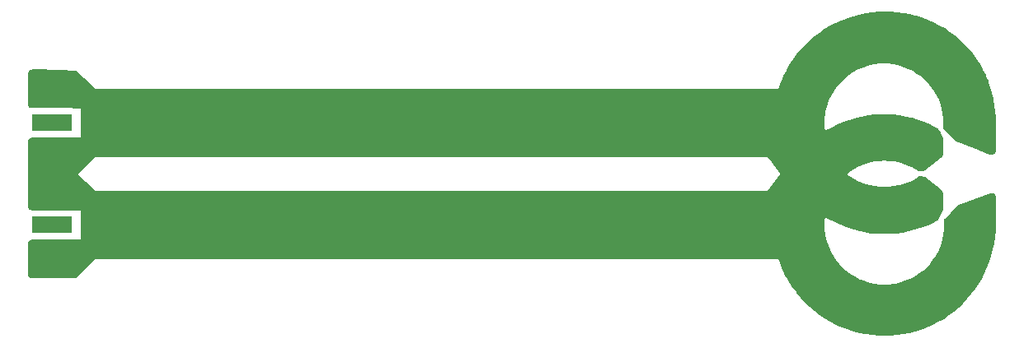
<source format=gbr>
G04 #@! TF.GenerationSoftware,KiCad,Pcbnew,8.0.0*
G04 #@! TF.CreationDate,2024-04-11T14:56:03-06:00*
G04 #@! TF.ProjectId,dual_loop_probe_groundfix,6475616c-5f6c-46f6-9f70-5f70726f6265,rev?*
G04 #@! TF.SameCoordinates,Original*
G04 #@! TF.FileFunction,Copper,L1,Top*
G04 #@! TF.FilePolarity,Positive*
%FSLAX46Y46*%
G04 Gerber Fmt 4.6, Leading zero omitted, Abs format (unit mm)*
G04 Created by KiCad (PCBNEW 8.0.0) date 2024-04-11 14:56:03*
%MOMM*%
%LPD*%
G01*
G04 APERTURE LIST*
G04 #@! TA.AperFunction,SMDPad,CuDef*
%ADD10R,4.190000X1.780000*%
G04 #@! TD*
G04 #@! TA.AperFunction,ComponentPad*
%ADD11R,4.190000X3.000000*%
G04 #@! TD*
G04 #@! TA.AperFunction,ViaPad*
%ADD12C,0.800000*%
G04 #@! TD*
G04 APERTURE END LIST*
D10*
X95500000Y-96000000D03*
D11*
X95500000Y-99325000D03*
X95500000Y-92675000D03*
D10*
X95500000Y-85475000D03*
D11*
X95500000Y-82350000D03*
X95500000Y-89000000D03*
D12*
X133000000Y-94000000D03*
X131500000Y-94000000D03*
X95500000Y-94000000D03*
X101500000Y-94000000D03*
X104500000Y-94000000D03*
X122500000Y-94000000D03*
X124000000Y-94000000D03*
X125500000Y-94000000D03*
X127000000Y-94000000D03*
X119500000Y-94000000D03*
X112000000Y-94000000D03*
X110500000Y-94000000D03*
X94000000Y-94000000D03*
X100000000Y-94000000D03*
X118000000Y-94000000D03*
X130000000Y-94000000D03*
X121000000Y-94000000D03*
X109000000Y-94000000D03*
X107500000Y-94000000D03*
X116500000Y-94000000D03*
X98500000Y-94000000D03*
X103000000Y-94000000D03*
X128500000Y-94000000D03*
X106000000Y-94000000D03*
X115000000Y-94000000D03*
X97000000Y-94000000D03*
X113500000Y-94000000D03*
X134500000Y-94000000D03*
X170500000Y-94000000D03*
X169000000Y-94000000D03*
X137500000Y-94000000D03*
X136000000Y-94000000D03*
X140500000Y-94000000D03*
X143500000Y-94000000D03*
X139000000Y-94000000D03*
X142000000Y-94000000D03*
X151000000Y-94000000D03*
X145000000Y-94000000D03*
X145000000Y-94000000D03*
X146500000Y-94000000D03*
X148000000Y-94000000D03*
X149500000Y-94000000D03*
X154000000Y-94000000D03*
X152500000Y-94000000D03*
X155500000Y-94000000D03*
X157000000Y-94000000D03*
X158500000Y-94000000D03*
X160000000Y-94000000D03*
X161500000Y-94000000D03*
X163000000Y-94000000D03*
X164500000Y-94000000D03*
X166000000Y-94000000D03*
X167500000Y-94000000D03*
X174160681Y-97491213D03*
X174635347Y-98913966D03*
X175402207Y-100202942D03*
X176426056Y-101298965D03*
X177659889Y-102151720D03*
X179047062Y-102722056D03*
X180523893Y-102983790D03*
X182022581Y-102924906D03*
X183474324Y-102548108D03*
X184812473Y-101870694D03*
X185975596Y-100923763D03*
X186910295Y-99750788D03*
X187573660Y-98405618D03*
X187935235Y-96950009D03*
X174160681Y-94508787D03*
X176189817Y-90750000D03*
X177393138Y-89793306D03*
X178759561Y-89174905D03*
X180226358Y-88861790D03*
X181726188Y-88868335D03*
X183190197Y-89194238D03*
X184551172Y-89824539D03*
X187935235Y-95500000D03*
X170892607Y-99477156D03*
X171491886Y-100883213D03*
X172285582Y-102189421D03*
X173257467Y-103369069D03*
X174387667Y-104398039D03*
X175653074Y-105255289D03*
X177027812Y-105923292D03*
X178483771Y-106388387D03*
X179991181Y-106641066D03*
X181519219Y-106676161D03*
X183036640Y-106492955D03*
X184512416Y-106095193D03*
X185916373Y-105491010D03*
X187219802Y-104692759D03*
X188396051Y-103716763D03*
X189421069Y-102582978D03*
X190273897Y-101314587D03*
X190937097Y-99937525D03*
X191397107Y-98479952D03*
X191644523Y-96971669D03*
X171000000Y-92250000D03*
X171500000Y-90750000D03*
X175653074Y-86744711D03*
X177027812Y-86076708D03*
X178483771Y-85611613D03*
X179991181Y-85358934D03*
X181519219Y-85323839D03*
X183036640Y-85507045D03*
X184512416Y-85904807D03*
X185916373Y-86508990D03*
X191397107Y-93520048D03*
X191644523Y-95028331D03*
X101500000Y-87500000D03*
X110500000Y-98000000D03*
X188451529Y-77783237D03*
X107500000Y-83500000D03*
X121000000Y-87500000D03*
X167500000Y-83500000D03*
X183474325Y-79001883D03*
X94000000Y-98000000D03*
X134500000Y-98000000D03*
X125500000Y-83500000D03*
X125500000Y-87500000D03*
X166000000Y-83500000D03*
X124000000Y-83500000D03*
X109000000Y-83500000D03*
X173000000Y-94000000D03*
X160000000Y-98000000D03*
X97007460Y-89003531D03*
X100000000Y-98000000D03*
X180523894Y-78566201D03*
X130000000Y-98000000D03*
X121000000Y-98000000D03*
X158500000Y-83500000D03*
X121000000Y-83500000D03*
X140500000Y-87500000D03*
X140500000Y-83500000D03*
X175628427Y-94707958D03*
X113500000Y-87500000D03*
X187935236Y-86000000D03*
X174000001Y-85549991D03*
X185888882Y-95045517D03*
X95500000Y-83500000D03*
X191694380Y-86426685D03*
X151000000Y-98000000D03*
X164500000Y-87500000D03*
X163000000Y-98000000D03*
X119500000Y-87500000D03*
X191452585Y-83020048D03*
X172000000Y-87500000D03*
X112000000Y-83500000D03*
X181480182Y-96186973D03*
X136000000Y-87500000D03*
X170500000Y-98000000D03*
X134500000Y-83500000D03*
X185971851Y-76008990D03*
X97000000Y-90250000D03*
X174635348Y-82636025D03*
X161500000Y-83500000D03*
X167500000Y-98000000D03*
X140500000Y-98000000D03*
X149500000Y-87500000D03*
X97000000Y-98000000D03*
X122500000Y-83500000D03*
X146500000Y-83500000D03*
X163000000Y-87500000D03*
X130000000Y-83500000D03*
X160000000Y-83500000D03*
X106000000Y-98000000D03*
X145000000Y-83500000D03*
X190329375Y-80185413D03*
X95500000Y-98000000D03*
X95500000Y-100500000D03*
X187573661Y-83144373D03*
X113500000Y-83500000D03*
X109000000Y-98000000D03*
X169000000Y-83500000D03*
X180191817Y-92566997D03*
X160000000Y-87500000D03*
X174443145Y-77101961D03*
X94000000Y-100500000D03*
X130000000Y-87500000D03*
X166000000Y-87500000D03*
X179952568Y-96136716D03*
X103000000Y-83500000D03*
X115000000Y-87500000D03*
X137500000Y-98000000D03*
X128500000Y-98000000D03*
X119500000Y-83500000D03*
X155500000Y-87500000D03*
X100000000Y-83500000D03*
X94000000Y-87750000D03*
X142000000Y-83500000D03*
X118000000Y-87500000D03*
X107500000Y-87500000D03*
X137500000Y-87500000D03*
X151000000Y-87500000D03*
X98500000Y-83500000D03*
X149500000Y-98000000D03*
X142000000Y-98000000D03*
X94000000Y-90250000D03*
X145000000Y-83500000D03*
X152500000Y-87500000D03*
X98500000Y-87500000D03*
X118000000Y-83500000D03*
X109000000Y-87500000D03*
X183158444Y-92260427D03*
X145000000Y-98000000D03*
X157000000Y-83500000D03*
X155500000Y-98000000D03*
X182022582Y-78625085D03*
X170500000Y-87500000D03*
X145000000Y-87500000D03*
X164500000Y-83500000D03*
X152500000Y-98000000D03*
X174000000Y-96000000D03*
X136000000Y-98000000D03*
X116500000Y-87500000D03*
X134500000Y-87500000D03*
X187275280Y-76807241D03*
X175708552Y-76244711D03*
X158500000Y-98000000D03*
X191446964Y-87934968D03*
X173000000Y-87500000D03*
X189476547Y-78917022D03*
X124000000Y-87500000D03*
X131500000Y-87500000D03*
X186910296Y-81799203D03*
X97000000Y-87750000D03*
X177083290Y-75576708D03*
X146500000Y-98000000D03*
X163000000Y-83500000D03*
X115000000Y-98000000D03*
X136000000Y-83500000D03*
X97000000Y-83500919D03*
X180046659Y-74858934D03*
X110500000Y-87500000D03*
X161500000Y-87500000D03*
X137500000Y-83500000D03*
X125500000Y-98000000D03*
X127000000Y-98000000D03*
X161500000Y-98000000D03*
X97007460Y-99253531D03*
X166000000Y-98000000D03*
X184524867Y-91642026D03*
X175402208Y-81347049D03*
X139000000Y-83500000D03*
X101500000Y-83500000D03*
X106000000Y-87500000D03*
X116500000Y-98000000D03*
X128500000Y-83500000D03*
X94000000Y-91500000D03*
X127000000Y-87500000D03*
X178539249Y-75111613D03*
X100000000Y-87500000D03*
X167500000Y-87500000D03*
X182999347Y-96018834D03*
X98500000Y-98000000D03*
X178447741Y-95869090D03*
X148000000Y-87500000D03*
X112000000Y-98000000D03*
X177366833Y-91610793D03*
X183092118Y-75007045D03*
X157000000Y-87500000D03*
X94000000Y-83500000D03*
X169000000Y-87500000D03*
X154000000Y-87500000D03*
X179047063Y-78827935D03*
X176426057Y-80251026D03*
X171000000Y-89250000D03*
X128500000Y-87500000D03*
X107500000Y-98000000D03*
X94000000Y-81000000D03*
X148000000Y-98000000D03*
X149500000Y-83500000D03*
X110500000Y-83500000D03*
X122500000Y-98000000D03*
X181574697Y-74823839D03*
X158500000Y-87500000D03*
X133000000Y-83500000D03*
X190992575Y-81562475D03*
X131500000Y-83500000D03*
X95500000Y-81000000D03*
X170948085Y-82022844D03*
X97000000Y-91500000D03*
X112000000Y-87500000D03*
X104500000Y-83500000D03*
X178727808Y-92241094D03*
X154000000Y-98000000D03*
X187935236Y-84599982D03*
X172000000Y-94000000D03*
X185975597Y-80626228D03*
X127000000Y-83500000D03*
X155500000Y-83500000D03*
X146500000Y-87500000D03*
X133000000Y-87500000D03*
X118000000Y-98000000D03*
X143500000Y-87500000D03*
X177659890Y-79398271D03*
X142000000Y-87500000D03*
X148000000Y-83500000D03*
X176996468Y-95389569D03*
X104500000Y-98000000D03*
X154000000Y-83500000D03*
X172341060Y-79310579D03*
X184478999Y-95635737D03*
X181691647Y-92573542D03*
X95500000Y-90250000D03*
X131500000Y-98000000D03*
X191700001Y-84528331D03*
X106000000Y-83500000D03*
X174160682Y-84058778D03*
X164500000Y-98000000D03*
X97000000Y-100500000D03*
X122500000Y-87500000D03*
X145000000Y-87500000D03*
X103000000Y-87500000D03*
X104500000Y-87500000D03*
X101500000Y-98000000D03*
X173312945Y-78130931D03*
X124000000Y-98000000D03*
X174160682Y-87041204D03*
X113500000Y-98000000D03*
X184812474Y-79679297D03*
X170555478Y-83500000D03*
X139000000Y-98000000D03*
X119500000Y-98000000D03*
X152500000Y-83500000D03*
X184567894Y-75404807D03*
X95500000Y-87750000D03*
X151000000Y-83500000D03*
X143500000Y-83500000D03*
X95500000Y-91500000D03*
X103000000Y-98000000D03*
X143500000Y-98000000D03*
X133000000Y-98000000D03*
X139000000Y-87500000D03*
X97007194Y-92739008D03*
X116500000Y-83500000D03*
X169000000Y-98000000D03*
X115000000Y-83500000D03*
X97007194Y-82239008D03*
X145000000Y-98000000D03*
X157000000Y-98000000D03*
X97000000Y-81000000D03*
X171547364Y-80616787D03*
X97000000Y-96000000D03*
X94000000Y-96000000D03*
X95500000Y-96000632D03*
X97000000Y-85500919D03*
X95500000Y-85500919D03*
X94000000Y-85500919D03*
G04 #@! TA.AperFunction,Conductor*
G36*
X177394625Y-90543917D02*
G01*
X177394613Y-90543926D01*
X177208238Y-90686881D01*
X177202924Y-90690741D01*
X177186668Y-90701914D01*
X177184698Y-90704624D01*
X177179107Y-90723500D01*
X177177071Y-90729766D01*
X177170500Y-90748323D01*
X177170500Y-90751676D01*
X177177070Y-90770229D01*
X177179107Y-90776499D01*
X177184697Y-90795369D01*
X177186674Y-90798089D01*
X177202923Y-90809257D01*
X177208218Y-90813102D01*
X177394618Y-90956077D01*
X177394625Y-90956082D01*
X177515964Y-91035146D01*
X177797087Y-91218325D01*
X178143434Y-91407760D01*
X178218536Y-91448837D01*
X178656464Y-91646245D01*
X178656466Y-91646246D01*
X178656469Y-91646247D01*
X179108289Y-91809384D01*
X179571319Y-91937282D01*
X180042817Y-92029183D01*
X180519986Y-92084542D01*
X181000000Y-92103032D01*
X181480014Y-92084542D01*
X181957183Y-92029183D01*
X182428681Y-91937282D01*
X182891711Y-91809384D01*
X183343531Y-91646247D01*
X183781464Y-91448837D01*
X184202913Y-91218325D01*
X184484036Y-91035146D01*
X184506616Y-91020433D01*
X184574609Y-91000002D01*
X184575403Y-91000000D01*
X184823176Y-91000000D01*
X184843358Y-91001627D01*
X184880019Y-91007576D01*
X184971264Y-91022382D01*
X185009556Y-91035146D01*
X185115391Y-91090599D01*
X185124336Y-91095286D01*
X185141458Y-91106094D01*
X186792193Y-92344145D01*
X186806809Y-92356984D01*
X186893758Y-92446162D01*
X186916240Y-92477774D01*
X186967525Y-92580343D01*
X186979325Y-92617295D01*
X186991973Y-92698481D01*
X186997882Y-92736407D01*
X186998498Y-92740357D01*
X187000000Y-92759754D01*
X187000000Y-94374658D01*
X186999154Y-94389232D01*
X186988320Y-94482269D01*
X186981625Y-94510631D01*
X186949705Y-94598698D01*
X186943944Y-94612111D01*
X186613122Y-95273755D01*
X186611803Y-95276393D01*
X186611802Y-95276394D01*
X186500000Y-95500000D01*
X186542704Y-95500000D01*
X186539086Y-95502606D01*
X186418359Y-95571850D01*
X186412258Y-95575130D01*
X185856782Y-95854344D01*
X185850511Y-95857283D01*
X185280539Y-96105553D01*
X185274117Y-96108143D01*
X184691365Y-96324723D01*
X184684809Y-96326956D01*
X184091041Y-96511187D01*
X184084372Y-96513057D01*
X183481381Y-96664386D01*
X183474620Y-96665887D01*
X182864216Y-96783859D01*
X182857383Y-96784986D01*
X182241406Y-96869244D01*
X182234521Y-96869993D01*
X181614869Y-96920277D01*
X181607953Y-96920647D01*
X180986476Y-96936808D01*
X180979551Y-96936798D01*
X180358106Y-96918790D01*
X180351191Y-96918399D01*
X179731690Y-96866273D01*
X179724808Y-96865503D01*
X179109100Y-96779418D01*
X179102270Y-96778271D01*
X178492229Y-96658489D01*
X178485473Y-96656968D01*
X177882913Y-96503842D01*
X177876250Y-96501953D01*
X177283032Y-96315957D01*
X177276483Y-96313704D01*
X176694381Y-96095396D01*
X176687966Y-96092787D01*
X176118727Y-95842822D01*
X176112465Y-95839864D01*
X175557843Y-95559011D01*
X175551753Y-95555714D01*
X175043359Y-95262115D01*
X175026751Y-95249924D01*
X175013460Y-95243852D01*
X174999836Y-95236588D01*
X174989475Y-95230219D01*
X174989472Y-95230217D01*
X174988808Y-95230057D01*
X174984809Y-95228675D01*
X174980579Y-95228596D01*
X174979893Y-95228517D01*
X174967964Y-95230932D01*
X174952676Y-95233062D01*
X174940560Y-95233998D01*
X174939902Y-95234270D01*
X174935875Y-95235495D01*
X174932434Y-95237899D01*
X174931808Y-95238252D01*
X174923581Y-95247213D01*
X174912466Y-95257921D01*
X174903204Y-95265809D01*
X174902831Y-95266416D01*
X174900296Y-95269772D01*
X174898919Y-95273755D01*
X174898627Y-95274393D01*
X174897239Y-95286474D01*
X174894541Y-95301669D01*
X174891683Y-95313500D01*
X174891735Y-95314170D01*
X174891284Y-95338266D01*
X174868326Y-95537927D01*
X174868324Y-95537959D01*
X174850969Y-96019135D01*
X174871317Y-96500194D01*
X174929244Y-96978195D01*
X174929248Y-96978216D01*
X175024393Y-97450199D01*
X175024395Y-97450207D01*
X175156179Y-97913294D01*
X175156188Y-97913322D01*
X175323805Y-98364688D01*
X175323816Y-98364714D01*
X175526235Y-98801577D01*
X175526236Y-98801579D01*
X175762223Y-99221279D01*
X176030314Y-99621209D01*
X176030329Y-99621231D01*
X176328907Y-99998978D01*
X176492955Y-100176065D01*
X176656122Y-100352202D01*
X176656131Y-100352212D01*
X177009965Y-100678735D01*
X177009972Y-100678741D01*
X177009979Y-100678747D01*
X177388298Y-100976600D01*
X177788762Y-101243938D01*
X177788765Y-101243940D01*
X177788770Y-101243943D01*
X177974152Y-101347712D01*
X178208916Y-101479123D01*
X178515392Y-101620414D01*
X178578482Y-101649500D01*
X178646185Y-101680712D01*
X179097885Y-101847469D01*
X179561249Y-101978372D01*
X180033435Y-102072618D01*
X180511547Y-102129629D01*
X180992654Y-102149056D01*
X180992658Y-102149055D01*
X180992662Y-102149056D01*
X181473790Y-102130780D01*
X181473794Y-102130779D01*
X181473807Y-102130779D01*
X181881390Y-102083164D01*
X181952047Y-102074911D01*
X181952050Y-102074910D01*
X181952054Y-102074910D01*
X181952059Y-102074908D01*
X181952071Y-102074907D01*
X182097555Y-102046230D01*
X182424463Y-101981793D01*
X182888138Y-101851997D01*
X183340236Y-101686320D01*
X183777985Y-101485776D01*
X184198700Y-101251596D01*
X184198700Y-101251595D01*
X184198707Y-101251592D01*
X184198713Y-101251588D01*
X184599787Y-100985225D01*
X184599787Y-100985224D01*
X184599802Y-100985215D01*
X184826144Y-100807888D01*
X184978810Y-100688283D01*
X184978815Y-100688278D01*
X184978831Y-100688266D01*
X185333464Y-100362572D01*
X185661525Y-100010127D01*
X185961005Y-99633094D01*
X186230065Y-99233785D01*
X186467056Y-98814647D01*
X186495654Y-98753312D01*
X186573769Y-98585772D01*
X186670526Y-98378250D01*
X186839226Y-97927272D01*
X186972123Y-97464476D01*
X187068401Y-96992700D01*
X187127469Y-96514838D01*
X187144764Y-96127861D01*
X187148967Y-96033830D01*
X187148967Y-96033819D01*
X187132762Y-95552592D01*
X187120794Y-95446280D01*
X187133049Y-95376352D01*
X187156908Y-95343092D01*
X187750003Y-94749997D01*
X188418667Y-94081332D01*
X188428628Y-94072379D01*
X188495788Y-94018209D01*
X188518321Y-94003700D01*
X188595417Y-93964981D01*
X188607698Y-93959613D01*
X191816305Y-92756385D01*
X191832909Y-92751433D01*
X191941443Y-92727054D01*
X191975936Y-92724181D01*
X192078221Y-92729783D01*
X192112201Y-92736407D01*
X192209103Y-92769637D01*
X192239998Y-92785260D01*
X192324194Y-92843608D01*
X192349671Y-92867051D01*
X192395746Y-92922975D01*
X192423625Y-92988269D01*
X192424500Y-93003095D01*
X192424500Y-95998248D01*
X192424450Y-96001782D01*
X192406626Y-96637038D01*
X192406230Y-96644094D01*
X192352962Y-97275607D01*
X192352171Y-97282631D01*
X192263576Y-97910179D01*
X192262392Y-97917146D01*
X192138753Y-98538725D01*
X192137180Y-98545616D01*
X191978884Y-99159276D01*
X191976928Y-99166067D01*
X191784464Y-99769916D01*
X191782129Y-99776587D01*
X191556127Y-100368651D01*
X191553423Y-100375181D01*
X191294560Y-100953682D01*
X191291493Y-100960050D01*
X191000607Y-101523114D01*
X190997188Y-101529299D01*
X190675202Y-102075146D01*
X190671442Y-102081131D01*
X190319337Y-102608093D01*
X190315247Y-102613857D01*
X189934166Y-103120225D01*
X189929760Y-103125751D01*
X189520866Y-103609979D01*
X189516156Y-103615249D01*
X189080769Y-104075772D01*
X189075772Y-104080769D01*
X188615249Y-104516156D01*
X188609979Y-104520866D01*
X188125751Y-104929760D01*
X188120225Y-104934166D01*
X187613857Y-105315247D01*
X187608093Y-105319337D01*
X187081131Y-105671442D01*
X187075146Y-105675202D01*
X186529299Y-105997188D01*
X186523114Y-106000607D01*
X185960050Y-106291493D01*
X185953682Y-106294560D01*
X185375181Y-106553423D01*
X185368651Y-106556127D01*
X184776587Y-106782129D01*
X184769916Y-106784464D01*
X184166067Y-106976928D01*
X184159276Y-106978884D01*
X183545616Y-107137180D01*
X183538725Y-107138753D01*
X182917146Y-107262392D01*
X182910179Y-107263576D01*
X182282631Y-107352171D01*
X182275607Y-107352962D01*
X181644094Y-107406230D01*
X181637038Y-107406626D01*
X181148740Y-107420326D01*
X181091250Y-107408238D01*
X181076242Y-107401126D01*
X181076241Y-107401126D01*
X181076239Y-107401125D01*
X181044026Y-107401325D01*
X181042169Y-107401322D01*
X181041468Y-107401316D01*
X181039739Y-107401290D01*
X180394673Y-107386916D01*
X180387498Y-107386551D01*
X179745750Y-107335549D01*
X179738606Y-107334776D01*
X179100794Y-107247274D01*
X179093707Y-107246095D01*
X178461927Y-107122384D01*
X178454918Y-107120803D01*
X177831195Y-106961275D01*
X177824288Y-106959296D01*
X177210713Y-106764489D01*
X177203930Y-106762121D01*
X176602431Y-106532648D01*
X176595794Y-106529897D01*
X176008343Y-106266509D01*
X176001874Y-106263383D01*
X175430417Y-105966952D01*
X175424156Y-105963475D01*
X174870467Y-105634919D01*
X174864405Y-105631083D01*
X174330396Y-105271537D01*
X174324553Y-105267356D01*
X173811897Y-104877949D01*
X173806302Y-104873442D01*
X173316671Y-104455444D01*
X173311342Y-104450625D01*
X172846347Y-104005413D01*
X172841301Y-104000299D01*
X172402421Y-103529287D01*
X172397674Y-103523892D01*
X171986359Y-103028634D01*
X171981929Y-103022979D01*
X171926882Y-102948430D01*
X171599516Y-102505089D01*
X171595421Y-102499199D01*
X171576143Y-102469711D01*
X171243129Y-101960322D01*
X171239376Y-101954206D01*
X171218633Y-101918144D01*
X170991415Y-101523114D01*
X170918392Y-101396159D01*
X170914989Y-101389832D01*
X170899312Y-101358579D01*
X170626319Y-100814365D01*
X170623309Y-100807909D01*
X170367907Y-100216920D01*
X170365263Y-100210291D01*
X170155376Y-99636886D01*
X170150976Y-99621209D01*
X170150498Y-99620055D01*
X170150498Y-99620053D01*
X170142758Y-99601372D01*
X170139670Y-99593109D01*
X170131864Y-99569738D01*
X170131862Y-99569736D01*
X170130750Y-99567908D01*
X170107825Y-99544986D01*
X170106563Y-99543706D01*
X170106512Y-99543654D01*
X170104588Y-99541674D01*
X170083983Y-99520474D01*
X170083981Y-99520473D01*
X170057138Y-99510649D01*
X170052252Y-99508744D01*
X170028440Y-99498883D01*
X170022704Y-99497273D01*
X170019462Y-99496861D01*
X169998757Y-99498896D01*
X169986447Y-99499500D01*
X169041535Y-99499568D01*
X169013301Y-99499568D01*
X169013297Y-99499569D01*
X169002773Y-99503928D01*
X169000000Y-99500000D01*
X168740922Y-99500000D01*
X168740916Y-99500000D01*
X100207104Y-99500000D01*
X100000000Y-99500000D01*
X99853558Y-99646442D01*
X99853537Y-99646461D01*
X98152287Y-101347712D01*
X98139896Y-101358579D01*
X98056055Y-101422913D01*
X98027569Y-101439360D01*
X97937627Y-101476615D01*
X97905856Y-101485128D01*
X97827917Y-101495388D01*
X97801080Y-101498922D01*
X97784635Y-101500000D01*
X93508258Y-101500000D01*
X93491812Y-101498922D01*
X93387037Y-101485128D01*
X93355265Y-101476615D01*
X93265326Y-101439361D01*
X93236840Y-101422914D01*
X93159605Y-101363649D01*
X93136351Y-101340396D01*
X93101536Y-101295024D01*
X93075937Y-101228807D01*
X93075500Y-101218323D01*
X93075500Y-97781677D01*
X93095502Y-97713556D01*
X93101531Y-97704981D01*
X93136351Y-97659603D01*
X93159603Y-97636351D01*
X93236843Y-97577082D01*
X93265321Y-97560640D01*
X93355270Y-97523382D01*
X93387033Y-97514872D01*
X93468592Y-97504134D01*
X93491813Y-97501078D01*
X93508258Y-97500000D01*
X97999993Y-97500000D01*
X98000000Y-97500000D01*
X98500000Y-97500000D01*
X98500000Y-94500000D01*
X98000002Y-94500000D01*
X93508258Y-94500000D01*
X93491812Y-94498922D01*
X93387037Y-94485128D01*
X93355265Y-94476615D01*
X93265326Y-94439361D01*
X93236840Y-94422914D01*
X93159605Y-94363649D01*
X93136351Y-94340396D01*
X93101536Y-94295024D01*
X93075937Y-94228807D01*
X93075500Y-94218323D01*
X93075500Y-90501588D01*
X98000000Y-90605190D01*
X100000000Y-92500000D01*
X168750000Y-92500000D01*
X169000000Y-92500000D01*
X170500000Y-90500000D01*
X177462025Y-90500000D01*
X177394625Y-90543917D01*
G37*
G04 #@! TD.AperFunction*
G04 #@! TA.AperFunction,Conductor*
G36*
X180962649Y-74076348D02*
G01*
X180977151Y-74076025D01*
X180977152Y-74076026D01*
X180996800Y-74075589D01*
X180999428Y-74075531D01*
X181002226Y-74075500D01*
X181003868Y-74075500D01*
X181004733Y-74075502D01*
X181648190Y-74079923D01*
X181655462Y-74080185D01*
X182297005Y-74121974D01*
X182304254Y-74122658D01*
X182942244Y-74201676D01*
X182949488Y-74202788D01*
X183067855Y-74224498D01*
X183581817Y-74318769D01*
X183588939Y-74320291D01*
X184189447Y-74466979D01*
X184213423Y-74472836D01*
X184220490Y-74474781D01*
X184835073Y-74663385D01*
X184842014Y-74665739D01*
X185444548Y-74889743D01*
X185451319Y-74892486D01*
X186039875Y-75151175D01*
X186046444Y-75154293D01*
X186618961Y-75446765D01*
X186625356Y-75450270D01*
X187179880Y-75775525D01*
X187186067Y-75779400D01*
X187720733Y-76136342D01*
X187726686Y-76140571D01*
X188239686Y-76527991D01*
X188245403Y-76532576D01*
X188735008Y-76949169D01*
X188740438Y-76954068D01*
X188851446Y-77060249D01*
X189204989Y-77398421D01*
X189210136Y-77403639D01*
X189648062Y-77874249D01*
X189652897Y-77879758D01*
X190062715Y-78375031D01*
X190067221Y-78380811D01*
X190447547Y-78899073D01*
X190451710Y-78905106D01*
X190801265Y-79444617D01*
X190805069Y-79450881D01*
X191122648Y-80009776D01*
X191126083Y-80016251D01*
X191410650Y-80592711D01*
X191413701Y-80599375D01*
X191463915Y-80718018D01*
X191650683Y-81159307D01*
X191664247Y-81191354D01*
X191666903Y-81198175D01*
X191719355Y-81345424D01*
X191882624Y-81803776D01*
X191884881Y-81810749D01*
X192065013Y-82427833D01*
X192066861Y-82434925D01*
X192210809Y-83061438D01*
X192212242Y-83068626D01*
X192319518Y-83702450D01*
X192320531Y-83709709D01*
X192390774Y-84348721D01*
X192391362Y-84356027D01*
X192414951Y-84815370D01*
X192423546Y-84982758D01*
X192424334Y-84998093D01*
X192424500Y-85004555D01*
X192424500Y-88496903D01*
X192404498Y-88565024D01*
X192395747Y-88577022D01*
X192349672Y-88632947D01*
X192324194Y-88656391D01*
X192239998Y-88714739D01*
X192209101Y-88730363D01*
X192112201Y-88763592D01*
X192078220Y-88770216D01*
X191975943Y-88775818D01*
X191941439Y-88772944D01*
X191832920Y-88748569D01*
X191816291Y-88743609D01*
X191807320Y-88740245D01*
X190576001Y-88278500D01*
X188607711Y-87540391D01*
X188595404Y-87535012D01*
X188562950Y-87518713D01*
X188518328Y-87496303D01*
X188495782Y-87481785D01*
X188428639Y-87427629D01*
X188418658Y-87418658D01*
X187146462Y-86146461D01*
X187146454Y-86146454D01*
X187146447Y-86146447D01*
X187036541Y-86036541D01*
X187029942Y-85980299D01*
X187030885Y-85971876D01*
X187034475Y-85939791D01*
X187050237Y-85461156D01*
X187047877Y-85409410D01*
X187028420Y-84982768D01*
X187028419Y-84982765D01*
X187028419Y-84982758D01*
X186969157Y-84507544D01*
X186872815Y-84038441D01*
X186739986Y-83578336D01*
X186571488Y-83130063D01*
X186368359Y-82696382D01*
X186131850Y-82279965D01*
X185944435Y-82003072D01*
X185863422Y-81883381D01*
X185863421Y-81883380D01*
X185863417Y-81883374D01*
X185604557Y-81558983D01*
X185564720Y-81509061D01*
X185564716Y-81509057D01*
X185564713Y-81509053D01*
X185237577Y-81159307D01*
X185082098Y-81017256D01*
X184884024Y-80836288D01*
X184789243Y-80762454D01*
X184506232Y-80541988D01*
X184106526Y-80278217D01*
X184070837Y-80258496D01*
X183687381Y-80046606D01*
X183687377Y-80046604D01*
X183687368Y-80046599D01*
X183251339Y-79848562D01*
X183251338Y-79848561D01*
X183251330Y-79848558D01*
X182801139Y-79685329D01*
X182801105Y-79685318D01*
X182339506Y-79557894D01*
X182339490Y-79557891D01*
X181922441Y-79477316D01*
X181869295Y-79467048D01*
X181393420Y-79413354D01*
X180914800Y-79397139D01*
X180914797Y-79397139D01*
X180914794Y-79397139D01*
X180766772Y-79403749D01*
X180436382Y-79418504D01*
X180436374Y-79418504D01*
X180436373Y-79418505D01*
X180436365Y-79418505D01*
X179961126Y-79477314D01*
X179961116Y-79477316D01*
X179491918Y-79573214D01*
X179031694Y-79705606D01*
X179031683Y-79705609D01*
X178583269Y-79873676D01*
X178583232Y-79873691D01*
X178149393Y-80076394D01*
X177732746Y-80312512D01*
X177335903Y-80580569D01*
X177335891Y-80580577D01*
X176961318Y-80878902D01*
X176961286Y-80878930D01*
X176611236Y-81205729D01*
X176611230Y-81205736D01*
X176287885Y-81558974D01*
X176287877Y-81558983D01*
X175993236Y-81936476D01*
X175993225Y-81936490D01*
X175729081Y-82335938D01*
X175729073Y-82335951D01*
X175497062Y-82754885D01*
X175497056Y-82754898D01*
X175298619Y-83190712D01*
X175298612Y-83190728D01*
X175134960Y-83640756D01*
X175134946Y-83640799D01*
X175007087Y-84102265D01*
X175007082Y-84102287D01*
X175007081Y-84102293D01*
X174959229Y-84348721D01*
X174915791Y-84572417D01*
X174861649Y-85048226D01*
X174844981Y-85526836D01*
X174865892Y-86005262D01*
X174865892Y-86005269D01*
X174865893Y-86005273D01*
X174890068Y-86202132D01*
X174890231Y-86203453D01*
X174890737Y-86226870D01*
X174893943Y-86240256D01*
X174896468Y-86254242D01*
X174898144Y-86267889D01*
X174899060Y-86270516D01*
X174900162Y-86272567D01*
X174901844Y-86274781D01*
X174902307Y-86275177D01*
X174902308Y-86275178D01*
X174906889Y-86279095D01*
X174912297Y-86283718D01*
X174922568Y-86293556D01*
X174931955Y-86303622D01*
X174934201Y-86305181D01*
X174936359Y-86306223D01*
X174938973Y-86307010D01*
X174939597Y-86307059D01*
X174939599Y-86307061D01*
X174952726Y-86308101D01*
X174966781Y-86310017D01*
X174979692Y-86312527D01*
X174979694Y-86312525D01*
X174980302Y-86312644D01*
X174983051Y-86312585D01*
X174985385Y-86312164D01*
X174987983Y-86311257D01*
X174988507Y-86310935D01*
X174988508Y-86310936D01*
X174999731Y-86304067D01*
X175012253Y-86297342D01*
X175024157Y-86291792D01*
X175024157Y-86291790D01*
X175027615Y-86290178D01*
X175042635Y-86279099D01*
X175575582Y-85973669D01*
X175581945Y-85970262D01*
X176162612Y-85680605D01*
X176169169Y-85677567D01*
X176765596Y-85421863D01*
X176772300Y-85419216D01*
X177382480Y-85198327D01*
X177389319Y-85196072D01*
X178011213Y-85010736D01*
X178018197Y-85008872D01*
X178649732Y-84859706D01*
X178656809Y-84858249D01*
X179295880Y-84745747D01*
X179303057Y-84744696D01*
X179947539Y-84669232D01*
X179954753Y-84668598D01*
X180602544Y-84630419D01*
X180609758Y-84630202D01*
X181258657Y-84629439D01*
X181265904Y-84629639D01*
X181913784Y-84666293D01*
X181920964Y-84666908D01*
X182565635Y-84740856D01*
X182572815Y-84741890D01*
X183212142Y-84852884D01*
X183219236Y-84854328D01*
X183815607Y-84993707D01*
X183851104Y-85002003D01*
X183858131Y-85003861D01*
X184480391Y-85187712D01*
X184487299Y-85189971D01*
X184533667Y-85206633D01*
X185097973Y-85409414D01*
X185104719Y-85412061D01*
X185701707Y-85666342D01*
X185708273Y-85669365D01*
X186139010Y-85882967D01*
X186289597Y-85957643D01*
X186296013Y-85961058D01*
X186542739Y-86101686D01*
X186559572Y-86119145D01*
X186611802Y-86223605D01*
X186611803Y-86223607D01*
X186653505Y-86307010D01*
X186943944Y-86887888D01*
X186949705Y-86901301D01*
X186981625Y-86989368D01*
X186988320Y-87017730D01*
X186999154Y-87110767D01*
X187000000Y-87125341D01*
X187000000Y-88740245D01*
X186998498Y-88759640D01*
X186996999Y-88769261D01*
X186979325Y-88882704D01*
X186967525Y-88919656D01*
X186916240Y-89022225D01*
X186893758Y-89053837D01*
X186806809Y-89143015D01*
X186792193Y-89155854D01*
X185141458Y-90393905D01*
X185124336Y-90404713D01*
X185009558Y-90464852D01*
X184971263Y-90477617D01*
X184843359Y-90498373D01*
X184823176Y-90500000D01*
X184575403Y-90500000D01*
X184507282Y-90479998D01*
X184506616Y-90479567D01*
X184202913Y-90281675D01*
X183781463Y-90051162D01*
X183343535Y-89853754D01*
X182891703Y-89690613D01*
X182428682Y-89562718D01*
X181957190Y-89470818D01*
X181957186Y-89470817D01*
X181480014Y-89415458D01*
X181000000Y-89396968D01*
X180519985Y-89415458D01*
X180042813Y-89470817D01*
X180042809Y-89470818D01*
X179571317Y-89562718D01*
X179108296Y-89690613D01*
X178656464Y-89853754D01*
X178218536Y-90051162D01*
X177797086Y-90281675D01*
X177394624Y-90543918D01*
X177394613Y-90543926D01*
X177208238Y-90686881D01*
X177202924Y-90690741D01*
X177186668Y-90701914D01*
X177184698Y-90704624D01*
X177179107Y-90723500D01*
X177177071Y-90729766D01*
X177170500Y-90748323D01*
X177170500Y-90751676D01*
X177177070Y-90770229D01*
X177179107Y-90776499D01*
X177184697Y-90795369D01*
X177186674Y-90798089D01*
X177202923Y-90809257D01*
X177208218Y-90813102D01*
X177394618Y-90956077D01*
X177394625Y-90956082D01*
X177462025Y-91000000D01*
X170500000Y-91000000D01*
X170077833Y-90437110D01*
X169150001Y-89200001D01*
X169150000Y-89200000D01*
X169000000Y-89000000D01*
X168750002Y-89000000D01*
X100207104Y-89000000D01*
X100000000Y-89000000D01*
X99853558Y-89146442D01*
X99853537Y-89146461D01*
X98565972Y-90434025D01*
X98565967Y-90434032D01*
X98565963Y-90434036D01*
X98000000Y-91000000D01*
X93075500Y-91000000D01*
X93075500Y-87281677D01*
X93095502Y-87213556D01*
X93101531Y-87204981D01*
X93136351Y-87159603D01*
X93159603Y-87136351D01*
X93236843Y-87077082D01*
X93265321Y-87060640D01*
X93355270Y-87023382D01*
X93387033Y-87014872D01*
X93468592Y-87004134D01*
X93491813Y-87001078D01*
X93508258Y-87000000D01*
X97999993Y-87000000D01*
X98000000Y-87000000D01*
X98500000Y-87000000D01*
X98500000Y-84000000D01*
X98000002Y-84000000D01*
X97760354Y-84000000D01*
X97743908Y-83998922D01*
X97634363Y-83984500D01*
X93399364Y-83984500D01*
X93351146Y-83974909D01*
X93265326Y-83939361D01*
X93236840Y-83922914D01*
X93159605Y-83863649D01*
X93136351Y-83840396D01*
X93101536Y-83795024D01*
X93075937Y-83728807D01*
X93075500Y-83718323D01*
X93075500Y-80292349D01*
X93095502Y-80224228D01*
X93102206Y-80214781D01*
X93139836Y-80166621D01*
X93163641Y-80143311D01*
X93242639Y-80084220D01*
X93271724Y-80067967D01*
X93363444Y-80031661D01*
X93395782Y-80023600D01*
X93497499Y-80012199D01*
X93502201Y-80011672D01*
X93518884Y-80010916D01*
X96524765Y-80074154D01*
X97799134Y-80100964D01*
X97814527Y-80102236D01*
X97912783Y-80116476D01*
X97942580Y-80124621D01*
X98027183Y-80159370D01*
X98054104Y-80174521D01*
X98133995Y-80233447D01*
X98145861Y-80243380D01*
X98816694Y-80878930D01*
X100000000Y-82000000D01*
X168740915Y-82000000D01*
X168740922Y-82000000D01*
X169000000Y-82000000D01*
X169003602Y-81994895D01*
X169019093Y-81994904D01*
X169019094Y-81994903D01*
X169031287Y-81994910D01*
X169031859Y-81994852D01*
X169923757Y-81994118D01*
X169937344Y-81996300D01*
X169937446Y-81995236D01*
X169951575Y-81996577D01*
X169951576Y-81996578D01*
X170019970Y-82003073D01*
X170084408Y-81979249D01*
X170132128Y-81929826D01*
X170142348Y-81898891D01*
X170143482Y-81895617D01*
X170148957Y-81880503D01*
X170150956Y-81875343D01*
X170151774Y-81873367D01*
X170151773Y-81873364D01*
X170153750Y-81868583D01*
X170155321Y-81862937D01*
X170363220Y-81289099D01*
X170365850Y-81282442D01*
X170398702Y-81205729D01*
X170619060Y-80691167D01*
X170622051Y-80684700D01*
X170908540Y-80108843D01*
X170911922Y-80102506D01*
X170926827Y-80076394D01*
X171230781Y-79543893D01*
X171234480Y-79537822D01*
X171584683Y-78998257D01*
X171588733Y-78992392D01*
X171969092Y-78473706D01*
X171973478Y-78468068D01*
X172382811Y-77971872D01*
X172387491Y-77966519D01*
X172824433Y-77494472D01*
X172829410Y-77489393D01*
X173292575Y-77042990D01*
X173297826Y-77038211D01*
X173785645Y-76618966D01*
X173791179Y-76614477D01*
X174302115Y-76223710D01*
X174307899Y-76219543D01*
X174840252Y-75858551D01*
X174846271Y-75854714D01*
X175398351Y-75524643D01*
X175404598Y-75521146D01*
X175974563Y-75223096D01*
X175980983Y-75219968D01*
X176567037Y-74954877D01*
X176573648Y-74952111D01*
X177173821Y-74720871D01*
X177180572Y-74718489D01*
X177792995Y-74521818D01*
X177799817Y-74519840D01*
X178422452Y-74358398D01*
X178429437Y-74356798D01*
X179060216Y-74231118D01*
X179067277Y-74229918D01*
X179704232Y-74140390D01*
X179711355Y-74139596D01*
X180352328Y-74086524D01*
X180359479Y-74086136D01*
X180773563Y-74075541D01*
X180776786Y-74075500D01*
X180956880Y-74075500D01*
X180962649Y-74076348D01*
G37*
G04 #@! TD.AperFunction*
M02*

</source>
